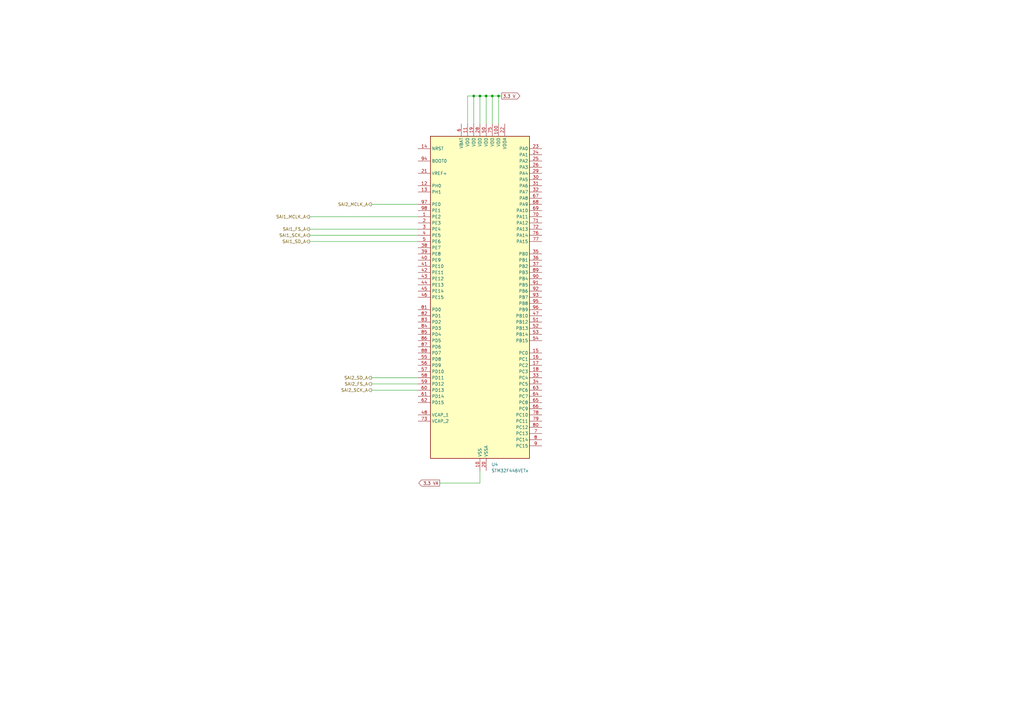
<source format=kicad_sch>
(kicad_sch
	(version 20250114)
	(generator "eeschema")
	(generator_version "9.0")
	(uuid "2f07d999-b8aa-4fd2-9754-485caa87dff3")
	(paper "A3")
	(lib_symbols
		(symbol "MCU_ST_STM32F4:STM32F446VETx"
			(exclude_from_sim no)
			(in_bom yes)
			(on_board yes)
			(property "Reference" "U"
				(at -20.32 67.31 0)
				(effects
					(font
						(size 1.27 1.27)
					)
					(justify left)
				)
			)
			(property "Value" "STM32F446VETx"
				(at 12.7 67.31 0)
				(effects
					(font
						(size 1.27 1.27)
					)
					(justify left)
				)
			)
			(property "Footprint" "Package_QFP:LQFP-100_14x14mm_P0.5mm"
				(at -20.32 -66.04 0)
				(effects
					(font
						(size 1.27 1.27)
					)
					(justify right)
					(hide yes)
				)
			)
			(property "Datasheet" "https://www.st.com/resource/en/datasheet/stm32f446ve.pdf"
				(at 0 0 0)
				(effects
					(font
						(size 1.27 1.27)
					)
					(hide yes)
				)
			)
			(property "Description" "STMicroelectronics Arm Cortex-M4 MCU, 512KB flash, 128KB RAM, 180 MHz, 1.8-3.6V, 81 GPIO, LQFP100"
				(at 0 0 0)
				(effects
					(font
						(size 1.27 1.27)
					)
					(hide yes)
				)
			)
			(property "ki_keywords" "Arm Cortex-M4 STM32F4 STM32F446"
				(at 0 0 0)
				(effects
					(font
						(size 1.27 1.27)
					)
					(hide yes)
				)
			)
			(property "ki_fp_filters" "LQFP*14x14mm*P0.5mm*"
				(at 0 0 0)
				(effects
					(font
						(size 1.27 1.27)
					)
					(hide yes)
				)
			)
			(symbol "STM32F446VETx_0_1"
				(rectangle
					(start -20.32 -66.04)
					(end 20.32 66.04)
					(stroke
						(width 0.254)
						(type default)
					)
					(fill
						(type background)
					)
				)
			)
			(symbol "STM32F446VETx_1_1"
				(pin input line
					(at -25.4 60.96 0)
					(length 5.08)
					(name "NRST"
						(effects
							(font
								(size 1.27 1.27)
							)
						)
					)
					(number "14"
						(effects
							(font
								(size 1.27 1.27)
							)
						)
					)
				)
				(pin input line
					(at -25.4 55.88 0)
					(length 5.08)
					(name "BOOT0"
						(effects
							(font
								(size 1.27 1.27)
							)
						)
					)
					(number "94"
						(effects
							(font
								(size 1.27 1.27)
							)
						)
					)
				)
				(pin input line
					(at -25.4 50.8 0)
					(length 5.08)
					(name "VREF+"
						(effects
							(font
								(size 1.27 1.27)
							)
						)
					)
					(number "21"
						(effects
							(font
								(size 1.27 1.27)
							)
						)
					)
				)
				(pin bidirectional line
					(at -25.4 45.72 0)
					(length 5.08)
					(name "PH0"
						(effects
							(font
								(size 1.27 1.27)
							)
						)
					)
					(number "12"
						(effects
							(font
								(size 1.27 1.27)
							)
						)
					)
					(alternate "RCC_OSC_IN" bidirectional line)
				)
				(pin bidirectional line
					(at -25.4 43.18 0)
					(length 5.08)
					(name "PH1"
						(effects
							(font
								(size 1.27 1.27)
							)
						)
					)
					(number "13"
						(effects
							(font
								(size 1.27 1.27)
							)
						)
					)
					(alternate "RCC_OSC_OUT" bidirectional line)
				)
				(pin bidirectional line
					(at -25.4 38.1 0)
					(length 5.08)
					(name "PE0"
						(effects
							(font
								(size 1.27 1.27)
							)
						)
					)
					(number "97"
						(effects
							(font
								(size 1.27 1.27)
							)
						)
					)
					(alternate "DCMI_D2" bidirectional line)
					(alternate "FMC_NBL0" bidirectional line)
					(alternate "SAI2_MCLK_A" bidirectional line)
					(alternate "TIM4_ETR" bidirectional line)
				)
				(pin bidirectional line
					(at -25.4 35.56 0)
					(length 5.08)
					(name "PE1"
						(effects
							(font
								(size 1.27 1.27)
							)
						)
					)
					(number "98"
						(effects
							(font
								(size 1.27 1.27)
							)
						)
					)
					(alternate "DCMI_D3" bidirectional line)
					(alternate "FMC_NBL1" bidirectional line)
				)
				(pin bidirectional line
					(at -25.4 33.02 0)
					(length 5.08)
					(name "PE2"
						(effects
							(font
								(size 1.27 1.27)
							)
						)
					)
					(number "1"
						(effects
							(font
								(size 1.27 1.27)
							)
						)
					)
					(alternate "FMC_A23" bidirectional line)
					(alternate "QUADSPI_BK1_IO2" bidirectional line)
					(alternate "SAI1_MCLK_A" bidirectional line)
					(alternate "SPI4_SCK" bidirectional line)
					(alternate "SYS_TRACECLK" bidirectional line)
				)
				(pin bidirectional line
					(at -25.4 30.48 0)
					(length 5.08)
					(name "PE3"
						(effects
							(font
								(size 1.27 1.27)
							)
						)
					)
					(number "2"
						(effects
							(font
								(size 1.27 1.27)
							)
						)
					)
					(alternate "FMC_A19" bidirectional line)
					(alternate "SAI1_SD_B" bidirectional line)
					(alternate "SYS_TRACED0" bidirectional line)
				)
				(pin bidirectional line
					(at -25.4 27.94 0)
					(length 5.08)
					(name "PE4"
						(effects
							(font
								(size 1.27 1.27)
							)
						)
					)
					(number "3"
						(effects
							(font
								(size 1.27 1.27)
							)
						)
					)
					(alternate "DCMI_D4" bidirectional line)
					(alternate "FMC_A20" bidirectional line)
					(alternate "SAI1_FS_A" bidirectional line)
					(alternate "SPI4_NSS" bidirectional line)
					(alternate "SYS_TRACED1" bidirectional line)
				)
				(pin bidirectional line
					(at -25.4 25.4 0)
					(length 5.08)
					(name "PE5"
						(effects
							(font
								(size 1.27 1.27)
							)
						)
					)
					(number "4"
						(effects
							(font
								(size 1.27 1.27)
							)
						)
					)
					(alternate "DCMI_D6" bidirectional line)
					(alternate "FMC_A21" bidirectional line)
					(alternate "SAI1_SCK_A" bidirectional line)
					(alternate "SPI4_MISO" bidirectional line)
					(alternate "SYS_TRACED2" bidirectional line)
					(alternate "TIM9_CH1" bidirectional line)
				)
				(pin bidirectional line
					(at -25.4 22.86 0)
					(length 5.08)
					(name "PE6"
						(effects
							(font
								(size 1.27 1.27)
							)
						)
					)
					(number "5"
						(effects
							(font
								(size 1.27 1.27)
							)
						)
					)
					(alternate "DCMI_D7" bidirectional line)
					(alternate "FMC_A22" bidirectional line)
					(alternate "SAI1_SD_A" bidirectional line)
					(alternate "SPI4_MOSI" bidirectional line)
					(alternate "SYS_TRACED3" bidirectional line)
					(alternate "TIM9_CH2" bidirectional line)
				)
				(pin bidirectional line
					(at -25.4 20.32 0)
					(length 5.08)
					(name "PE7"
						(effects
							(font
								(size 1.27 1.27)
							)
						)
					)
					(number "38"
						(effects
							(font
								(size 1.27 1.27)
							)
						)
					)
					(alternate "FMC_D4" bidirectional line)
					(alternate "FMC_DA4" bidirectional line)
					(alternate "QUADSPI_BK2_IO0" bidirectional line)
					(alternate "TIM1_ETR" bidirectional line)
					(alternate "UART5_RX" bidirectional line)
				)
				(pin bidirectional line
					(at -25.4 17.78 0)
					(length 5.08)
					(name "PE8"
						(effects
							(font
								(size 1.27 1.27)
							)
						)
					)
					(number "39"
						(effects
							(font
								(size 1.27 1.27)
							)
						)
					)
					(alternate "FMC_D5" bidirectional line)
					(alternate "FMC_DA5" bidirectional line)
					(alternate "QUADSPI_BK2_IO1" bidirectional line)
					(alternate "TIM1_CH1N" bidirectional line)
					(alternate "UART5_TX" bidirectional line)
				)
				(pin bidirectional line
					(at -25.4 15.24 0)
					(length 5.08)
					(name "PE9"
						(effects
							(font
								(size 1.27 1.27)
							)
						)
					)
					(number "40"
						(effects
							(font
								(size 1.27 1.27)
							)
						)
					)
					(alternate "DAC_EXTI9" bidirectional line)
					(alternate "FMC_D6" bidirectional line)
					(alternate "FMC_DA6" bidirectional line)
					(alternate "QUADSPI_BK2_IO2" bidirectional line)
					(alternate "TIM1_CH1" bidirectional line)
				)
				(pin bidirectional line
					(at -25.4 12.7 0)
					(length 5.08)
					(name "PE10"
						(effects
							(font
								(size 1.27 1.27)
							)
						)
					)
					(number "41"
						(effects
							(font
								(size 1.27 1.27)
							)
						)
					)
					(alternate "FMC_D7" bidirectional line)
					(alternate "FMC_DA7" bidirectional line)
					(alternate "QUADSPI_BK2_IO3" bidirectional line)
					(alternate "TIM1_CH2N" bidirectional line)
				)
				(pin bidirectional line
					(at -25.4 10.16 0)
					(length 5.08)
					(name "PE11"
						(effects
							(font
								(size 1.27 1.27)
							)
						)
					)
					(number "42"
						(effects
							(font
								(size 1.27 1.27)
							)
						)
					)
					(alternate "ADC1_EXTI11" bidirectional line)
					(alternate "ADC2_EXTI11" bidirectional line)
					(alternate "ADC3_EXTI11" bidirectional line)
					(alternate "FMC_D8" bidirectional line)
					(alternate "FMC_DA8" bidirectional line)
					(alternate "SAI2_SD_B" bidirectional line)
					(alternate "SPI4_NSS" bidirectional line)
					(alternate "TIM1_CH2" bidirectional line)
				)
				(pin bidirectional line
					(at -25.4 7.62 0)
					(length 5.08)
					(name "PE12"
						(effects
							(font
								(size 1.27 1.27)
							)
						)
					)
					(number "43"
						(effects
							(font
								(size 1.27 1.27)
							)
						)
					)
					(alternate "FMC_D9" bidirectional line)
					(alternate "FMC_DA9" bidirectional line)
					(alternate "SAI2_SCK_B" bidirectional line)
					(alternate "SPI4_SCK" bidirectional line)
					(alternate "TIM1_CH3N" bidirectional line)
				)
				(pin bidirectional line
					(at -25.4 5.08 0)
					(length 5.08)
					(name "PE13"
						(effects
							(font
								(size 1.27 1.27)
							)
						)
					)
					(number "44"
						(effects
							(font
								(size 1.27 1.27)
							)
						)
					)
					(alternate "FMC_D10" bidirectional line)
					(alternate "FMC_DA10" bidirectional line)
					(alternate "SAI2_FS_B" bidirectional line)
					(alternate "SPI4_MISO" bidirectional line)
					(alternate "TIM1_CH3" bidirectional line)
				)
				(pin bidirectional line
					(at -25.4 2.54 0)
					(length 5.08)
					(name "PE14"
						(effects
							(font
								(size 1.27 1.27)
							)
						)
					)
					(number "45"
						(effects
							(font
								(size 1.27 1.27)
							)
						)
					)
					(alternate "FMC_D11" bidirectional line)
					(alternate "FMC_DA11" bidirectional line)
					(alternate "SAI2_MCLK_B" bidirectional line)
					(alternate "SPI4_MOSI" bidirectional line)
					(alternate "TIM1_CH4" bidirectional line)
				)
				(pin bidirectional line
					(at -25.4 0 0)
					(length 5.08)
					(name "PE15"
						(effects
							(font
								(size 1.27 1.27)
							)
						)
					)
					(number "46"
						(effects
							(font
								(size 1.27 1.27)
							)
						)
					)
					(alternate "ADC1_EXTI15" bidirectional line)
					(alternate "ADC2_EXTI15" bidirectional line)
					(alternate "ADC3_EXTI15" bidirectional line)
					(alternate "FMC_D12" bidirectional line)
					(alternate "FMC_DA12" bidirectional line)
					(alternate "TIM1_BKIN" bidirectional line)
				)
				(pin bidirectional line
					(at -25.4 -5.08 0)
					(length 5.08)
					(name "PD0"
						(effects
							(font
								(size 1.27 1.27)
							)
						)
					)
					(number "81"
						(effects
							(font
								(size 1.27 1.27)
							)
						)
					)
					(alternate "CAN1_RX" bidirectional line)
					(alternate "FMC_D2" bidirectional line)
					(alternate "FMC_DA2" bidirectional line)
					(alternate "I2S3_SD" bidirectional line)
					(alternate "SPI3_MOSI" bidirectional line)
					(alternate "SPI4_MISO" bidirectional line)
				)
				(pin bidirectional line
					(at -25.4 -7.62 0)
					(length 5.08)
					(name "PD1"
						(effects
							(font
								(size 1.27 1.27)
							)
						)
					)
					(number "82"
						(effects
							(font
								(size 1.27 1.27)
							)
						)
					)
					(alternate "CAN1_TX" bidirectional line)
					(alternate "FMC_D3" bidirectional line)
					(alternate "FMC_DA3" bidirectional line)
					(alternate "I2S2_WS" bidirectional line)
					(alternate "SPI2_NSS" bidirectional line)
				)
				(pin bidirectional line
					(at -25.4 -10.16 0)
					(length 5.08)
					(name "PD2"
						(effects
							(font
								(size 1.27 1.27)
							)
						)
					)
					(number "83"
						(effects
							(font
								(size 1.27 1.27)
							)
						)
					)
					(alternate "DCMI_D11" bidirectional line)
					(alternate "SDIO_CMD" bidirectional line)
					(alternate "TIM3_ETR" bidirectional line)
					(alternate "UART5_RX" bidirectional line)
				)
				(pin bidirectional line
					(at -25.4 -12.7 0)
					(length 5.08)
					(name "PD3"
						(effects
							(font
								(size 1.27 1.27)
							)
						)
					)
					(number "84"
						(effects
							(font
								(size 1.27 1.27)
							)
						)
					)
					(alternate "DCMI_D5" bidirectional line)
					(alternate "FMC_CLK" bidirectional line)
					(alternate "I2S2_CK" bidirectional line)
					(alternate "QUADSPI_CLK" bidirectional line)
					(alternate "SPI2_SCK" bidirectional line)
					(alternate "SYS_TRACED1" bidirectional line)
					(alternate "USART2_CTS" bidirectional line)
				)
				(pin bidirectional line
					(at -25.4 -15.24 0)
					(length 5.08)
					(name "PD4"
						(effects
							(font
								(size 1.27 1.27)
							)
						)
					)
					(number "85"
						(effects
							(font
								(size 1.27 1.27)
							)
						)
					)
					(alternate "FMC_NOE" bidirectional line)
					(alternate "USART2_RTS" bidirectional line)
				)
				(pin bidirectional line
					(at -25.4 -17.78 0)
					(length 5.08)
					(name "PD5"
						(effects
							(font
								(size 1.27 1.27)
							)
						)
					)
					(number "86"
						(effects
							(font
								(size 1.27 1.27)
							)
						)
					)
					(alternate "FMC_NWE" bidirectional line)
					(alternate "USART2_TX" bidirectional line)
				)
				(pin bidirectional line
					(at -25.4 -20.32 0)
					(length 5.08)
					(name "PD6"
						(effects
							(font
								(size 1.27 1.27)
							)
						)
					)
					(number "87"
						(effects
							(font
								(size 1.27 1.27)
							)
						)
					)
					(alternate "DCMI_D10" bidirectional line)
					(alternate "FMC_NWAIT" bidirectional line)
					(alternate "I2S3_SD" bidirectional line)
					(alternate "SAI1_SD_A" bidirectional line)
					(alternate "SPI3_MOSI" bidirectional line)
					(alternate "USART2_RX" bidirectional line)
				)
				(pin bidirectional line
					(at -25.4 -22.86 0)
					(length 5.08)
					(name "PD7"
						(effects
							(font
								(size 1.27 1.27)
							)
						)
					)
					(number "88"
						(effects
							(font
								(size 1.27 1.27)
							)
						)
					)
					(alternate "FMC_NE1" bidirectional line)
					(alternate "SPDIFRX_IN0" bidirectional line)
					(alternate "USART2_CK" bidirectional line)
				)
				(pin bidirectional line
					(at -25.4 -25.4 0)
					(length 5.08)
					(name "PD8"
						(effects
							(font
								(size 1.27 1.27)
							)
						)
					)
					(number "55"
						(effects
							(font
								(size 1.27 1.27)
							)
						)
					)
					(alternate "FMC_D13" bidirectional line)
					(alternate "FMC_DA13" bidirectional line)
					(alternate "SPDIFRX_IN1" bidirectional line)
					(alternate "USART3_TX" bidirectional line)
				)
				(pin bidirectional line
					(at -25.4 -27.94 0)
					(length 5.08)
					(name "PD9"
						(effects
							(font
								(size 1.27 1.27)
							)
						)
					)
					(number "56"
						(effects
							(font
								(size 1.27 1.27)
							)
						)
					)
					(alternate "DAC_EXTI9" bidirectional line)
					(alternate "FMC_D14" bidirectional line)
					(alternate "FMC_DA14" bidirectional line)
					(alternate "USART3_RX" bidirectional line)
				)
				(pin bidirectional line
					(at -25.4 -30.48 0)
					(length 5.08)
					(name "PD10"
						(effects
							(font
								(size 1.27 1.27)
							)
						)
					)
					(number "57"
						(effects
							(font
								(size 1.27 1.27)
							)
						)
					)
					(alternate "FMC_D15" bidirectional line)
					(alternate "FMC_DA15" bidirectional line)
					(alternate "USART3_CK" bidirectional line)
				)
				(pin bidirectional line
					(at -25.4 -33.02 0)
					(length 5.08)
					(name "PD11"
						(effects
							(font
								(size 1.27 1.27)
							)
						)
					)
					(number "58"
						(effects
							(font
								(size 1.27 1.27)
							)
						)
					)
					(alternate "ADC1_EXTI11" bidirectional line)
					(alternate "ADC2_EXTI11" bidirectional line)
					(alternate "ADC3_EXTI11" bidirectional line)
					(alternate "FMC_A16" bidirectional line)
					(alternate "FMPI2C1_SMBA" bidirectional line)
					(alternate "QUADSPI_BK1_IO0" bidirectional line)
					(alternate "SAI2_SD_A" bidirectional line)
					(alternate "USART3_CTS" bidirectional line)
				)
				(pin bidirectional line
					(at -25.4 -35.56 0)
					(length 5.08)
					(name "PD12"
						(effects
							(font
								(size 1.27 1.27)
							)
						)
					)
					(number "59"
						(effects
							(font
								(size 1.27 1.27)
							)
						)
					)
					(alternate "FMC_A17" bidirectional line)
					(alternate "FMPI2C1_SCL" bidirectional line)
					(alternate "QUADSPI_BK1_IO1" bidirectional line)
					(alternate "SAI2_FS_A" bidirectional line)
					(alternate "TIM4_CH1" bidirectional line)
					(alternate "USART3_RTS" bidirectional line)
				)
				(pin bidirectional line
					(at -25.4 -38.1 0)
					(length 5.08)
					(name "PD13"
						(effects
							(font
								(size 1.27 1.27)
							)
						)
					)
					(number "60"
						(effects
							(font
								(size 1.27 1.27)
							)
						)
					)
					(alternate "FMC_A18" bidirectional line)
					(alternate "FMPI2C1_SDA" bidirectional line)
					(alternate "QUADSPI_BK1_IO3" bidirectional line)
					(alternate "SAI2_SCK_A" bidirectional line)
					(alternate "TIM4_CH2" bidirectional line)
				)
				(pin bidirectional line
					(at -25.4 -40.64 0)
					(length 5.08)
					(name "PD14"
						(effects
							(font
								(size 1.27 1.27)
							)
						)
					)
					(number "61"
						(effects
							(font
								(size 1.27 1.27)
							)
						)
					)
					(alternate "FMC_D0" bidirectional line)
					(alternate "FMC_DA0" bidirectional line)
					(alternate "FMPI2C1_SCL" bidirectional line)
					(alternate "SAI2_SCK_A" bidirectional line)
					(alternate "TIM4_CH3" bidirectional line)
				)
				(pin bidirectional line
					(at -25.4 -43.18 0)
					(length 5.08)
					(name "PD15"
						(effects
							(font
								(size 1.27 1.27)
							)
						)
					)
					(number "62"
						(effects
							(font
								(size 1.27 1.27)
							)
						)
					)
					(alternate "ADC1_EXTI15" bidirectional line)
					(alternate "ADC2_EXTI15" bidirectional line)
					(alternate "ADC3_EXTI15" bidirectional line)
					(alternate "FMC_D1" bidirectional line)
					(alternate "FMC_DA1" bidirectional line)
					(alternate "FMPI2C1_SDA" bidirectional line)
					(alternate "TIM4_CH4" bidirectional line)
				)
				(pin power_out line
					(at -25.4 -48.26 0)
					(length 5.08)
					(name "VCAP_1"
						(effects
							(font
								(size 1.27 1.27)
							)
						)
					)
					(number "48"
						(effects
							(font
								(size 1.27 1.27)
							)
						)
					)
				)
				(pin power_out line
					(at -25.4 -50.8 0)
					(length 5.08)
					(name "VCAP_2"
						(effects
							(font
								(size 1.27 1.27)
							)
						)
					)
					(number "73"
						(effects
							(font
								(size 1.27 1.27)
							)
						)
					)
				)
				(pin power_in line
					(at -7.62 71.12 270)
					(length 5.08)
					(name "VBAT"
						(effects
							(font
								(size 1.27 1.27)
							)
						)
					)
					(number "6"
						(effects
							(font
								(size 1.27 1.27)
							)
						)
					)
				)
				(pin power_in line
					(at -5.08 71.12 270)
					(length 5.08)
					(name "VDD"
						(effects
							(font
								(size 1.27 1.27)
							)
						)
					)
					(number "11"
						(effects
							(font
								(size 1.27 1.27)
							)
						)
					)
				)
				(pin power_in line
					(at -2.54 71.12 270)
					(length 5.08)
					(name "VDD"
						(effects
							(font
								(size 1.27 1.27)
							)
						)
					)
					(number "19"
						(effects
							(font
								(size 1.27 1.27)
							)
						)
					)
				)
				(pin power_in line
					(at 0 71.12 270)
					(length 5.08)
					(name "VDD"
						(effects
							(font
								(size 1.27 1.27)
							)
						)
					)
					(number "28"
						(effects
							(font
								(size 1.27 1.27)
							)
						)
					)
				)
				(pin power_in line
					(at 0 -71.12 90)
					(length 5.08)
					(name "VSS"
						(effects
							(font
								(size 1.27 1.27)
							)
						)
					)
					(number "10"
						(effects
							(font
								(size 1.27 1.27)
							)
						)
					)
				)
				(pin passive line
					(at 0 -71.12 90)
					(length 5.08)
					(hide yes)
					(name "VSS"
						(effects
							(font
								(size 1.27 1.27)
							)
						)
					)
					(number "27"
						(effects
							(font
								(size 1.27 1.27)
							)
						)
					)
				)
				(pin passive line
					(at 0 -71.12 90)
					(length 5.08)
					(hide yes)
					(name "VSS"
						(effects
							(font
								(size 1.27 1.27)
							)
						)
					)
					(number "49"
						(effects
							(font
								(size 1.27 1.27)
							)
						)
					)
				)
				(pin passive line
					(at 0 -71.12 90)
					(length 5.08)
					(hide yes)
					(name "VSS"
						(effects
							(font
								(size 1.27 1.27)
							)
						)
					)
					(number "74"
						(effects
							(font
								(size 1.27 1.27)
							)
						)
					)
				)
				(pin passive line
					(at 0 -71.12 90)
					(length 5.08)
					(hide yes)
					(name "VSS"
						(effects
							(font
								(size 1.27 1.27)
							)
						)
					)
					(number "99"
						(effects
							(font
								(size 1.27 1.27)
							)
						)
					)
				)
				(pin power_in line
					(at 2.54 71.12 270)
					(length 5.08)
					(name "VDD"
						(effects
							(font
								(size 1.27 1.27)
							)
						)
					)
					(number "50"
						(effects
							(font
								(size 1.27 1.27)
							)
						)
					)
				)
				(pin power_in line
					(at 2.54 -71.12 90)
					(length 5.08)
					(name "VSSA"
						(effects
							(font
								(size 1.27 1.27)
							)
						)
					)
					(number "20"
						(effects
							(font
								(size 1.27 1.27)
							)
						)
					)
				)
				(pin power_in line
					(at 5.08 71.12 270)
					(length 5.08)
					(name "VDD"
						(effects
							(font
								(size 1.27 1.27)
							)
						)
					)
					(number "75"
						(effects
							(font
								(size 1.27 1.27)
							)
						)
					)
				)
				(pin power_in line
					(at 7.62 71.12 270)
					(length 5.08)
					(name "VDD"
						(effects
							(font
								(size 1.27 1.27)
							)
						)
					)
					(number "100"
						(effects
							(font
								(size 1.27 1.27)
							)
						)
					)
				)
				(pin power_in line
					(at 10.16 71.12 270)
					(length 5.08)
					(name "VDDA"
						(effects
							(font
								(size 1.27 1.27)
							)
						)
					)
					(number "22"
						(effects
							(font
								(size 1.27 1.27)
							)
						)
					)
				)
				(pin bidirectional line
					(at 25.4 60.96 180)
					(length 5.08)
					(name "PA0"
						(effects
							(font
								(size 1.27 1.27)
							)
						)
					)
					(number "23"
						(effects
							(font
								(size 1.27 1.27)
							)
						)
					)
					(alternate "ADC1_IN0" bidirectional line)
					(alternate "ADC2_IN0" bidirectional line)
					(alternate "ADC3_IN0" bidirectional line)
					(alternate "RTC_AF2" bidirectional line)
					(alternate "SYS_WKUP0" bidirectional line)
					(alternate "TIM2_CH1" bidirectional line)
					(alternate "TIM2_ETR" bidirectional line)
					(alternate "TIM5_CH1" bidirectional line)
					(alternate "TIM8_ETR" bidirectional line)
					(alternate "UART4_TX" bidirectional line)
					(alternate "USART2_CTS" bidirectional line)
				)
				(pin bidirectional line
					(at 25.4 58.42 180)
					(length 5.08)
					(name "PA1"
						(effects
							(font
								(size 1.27 1.27)
							)
						)
					)
					(number "24"
						(effects
							(font
								(size 1.27 1.27)
							)
						)
					)
					(alternate "ADC1_IN1" bidirectional line)
					(alternate "ADC2_IN1" bidirectional line)
					(alternate "ADC3_IN1" bidirectional line)
					(alternate "QUADSPI_BK1_IO3" bidirectional line)
					(alternate "SAI2_MCLK_B" bidirectional line)
					(alternate "TIM2_CH2" bidirectional line)
					(alternate "TIM5_CH2" bidirectional line)
					(alternate "UART4_RX" bidirectional line)
					(alternate "USART2_RTS" bidirectional line)
				)
				(pin bidirectional line
					(at 25.4 55.88 180)
					(length 5.08)
					(name "PA2"
						(effects
							(font
								(size 1.27 1.27)
							)
						)
					)
					(number "25"
						(effects
							(font
								(size 1.27 1.27)
							)
						)
					)
					(alternate "ADC1_IN2" bidirectional line)
					(alternate "ADC2_IN2" bidirectional line)
					(alternate "ADC3_IN2" bidirectional line)
					(alternate "SAI2_SCK_B" bidirectional line)
					(alternate "TIM2_CH3" bidirectional line)
					(alternate "TIM5_CH3" bidirectional line)
					(alternate "TIM9_CH1" bidirectional line)
					(alternate "USART2_TX" bidirectional line)
				)
				(pin bidirectional line
					(at 25.4 53.34 180)
					(length 5.08)
					(name "PA3"
						(effects
							(font
								(size 1.27 1.27)
							)
						)
					)
					(number "26"
						(effects
							(font
								(size 1.27 1.27)
							)
						)
					)
					(alternate "ADC1_IN3" bidirectional line)
					(alternate "ADC2_IN3" bidirectional line)
					(alternate "ADC3_IN3" bidirectional line)
					(alternate "SAI1_FS_A" bidirectional line)
					(alternate "TIM2_CH4" bidirectional line)
					(alternate "TIM5_CH4" bidirectional line)
					(alternate "TIM9_CH2" bidirectional line)
					(alternate "USART2_RX" bidirectional line)
					(alternate "USB_OTG_HS_ULPI_D0" bidirectional line)
				)
				(pin bidirectional line
					(at 25.4 50.8 180)
					(length 5.08)
					(name "PA4"
						(effects
							(font
								(size 1.27 1.27)
							)
						)
					)
					(number "29"
						(effects
							(font
								(size 1.27 1.27)
							)
						)
					)
					(alternate "ADC1_IN4" bidirectional line)
					(alternate "ADC2_IN4" bidirectional line)
					(alternate "DAC_OUT1" bidirectional line)
					(alternate "DCMI_HSYNC" bidirectional line)
					(alternate "I2S1_WS" bidirectional line)
					(alternate "I2S3_WS" bidirectional line)
					(alternate "SPI1_NSS" bidirectional line)
					(alternate "SPI3_NSS" bidirectional line)
					(alternate "USART2_CK" bidirectional line)
					(alternate "USB_OTG_HS_SOF" bidirectional line)
				)
				(pin bidirectional line
					(at 25.4 48.26 180)
					(length 5.08)
					(name "PA5"
						(effects
							(font
								(size 1.27 1.27)
							)
						)
					)
					(number "30"
						(effects
							(font
								(size 1.27 1.27)
							)
						)
					)
					(alternate "ADC1_IN5" bidirectional line)
					(alternate "ADC2_IN5" bidirectional line)
					(alternate "DAC_OUT2" bidirectional line)
					(alternate "I2S1_CK" bidirectional line)
					(alternate "SPI1_SCK" bidirectional line)
					(alternate "TIM2_CH1" bidirectional line)
					(alternate "TIM2_ETR" bidirectional line)
					(alternate "TIM8_CH1N" bidirectional line)
					(alternate "USB_OTG_HS_ULPI_CK" bidirectional line)
				)
				(pin bidirectional line
					(at 25.4 45.72 180)
					(length 5.08)
					(name "PA6"
						(effects
							(font
								(size 1.27 1.27)
							)
						)
					)
					(number "31"
						(effects
							(font
								(size 1.27 1.27)
							)
						)
					)
					(alternate "ADC1_IN6" bidirectional line)
					(alternate "ADC2_IN6" bidirectional line)
					(alternate "DCMI_PIXCLK" bidirectional line)
					(alternate "I2S2_MCK" bidirectional line)
					(alternate "SPI1_MISO" bidirectional line)
					(alternate "TIM13_CH1" bidirectional line)
					(alternate "TIM1_BKIN" bidirectional line)
					(alternate "TIM3_CH1" bidirectional line)
					(alternate "TIM8_BKIN" bidirectional line)
				)
				(pin bidirectional line
					(at 25.4 43.18 180)
					(length 5.08)
					(name "PA7"
						(effects
							(font
								(size 1.27 1.27)
							)
						)
					)
					(number "32"
						(effects
							(font
								(size 1.27 1.27)
							)
						)
					)
					(alternate "ADC1_IN7" bidirectional line)
					(alternate "ADC2_IN7" bidirectional line)
					(alternate "FMC_SDNWE" bidirectional line)
					(alternate "I2S1_SD" bidirectional line)
					(alternate "SPI1_MOSI" bidirectional line)
					(alternate "TIM14_CH1" bidirectional line)
					(alternate "TIM1_CH1N" bidirectional line)
					(alternate "TIM3_CH2" bidirectional line)
					(alternate "TIM8_CH1N" bidirectional line)
				)
				(pin bidirectional line
					(at 25.4 40.64 180)
					(length 5.08)
					(name "PA8"
						(effects
							(font
								(size 1.27 1.27)
							)
						)
					)
					(number "67"
						(effects
							(font
								(size 1.27 1.27)
							)
						)
					)
					(alternate "I2C3_SCL" bidirectional line)
					(alternate "RCC_MCO_1" bidirectional line)
					(alternate "TIM1_CH1" bidirectional line)
					(alternate "USART1_CK" bidirectional line)
					(alternate "USB_OTG_FS_SOF" bidirectional line)
				)
				(pin bidirectional line
					(at 25.4 38.1 180)
					(length 5.08)
					(name "PA9"
						(effects
							(font
								(size 1.27 1.27)
							)
						)
					)
					(number "68"
						(effects
							(font
								(size 1.27 1.27)
							)
						)
					)
					(alternate "DAC_EXTI9" bidirectional line)
					(alternate "DCMI_D0" bidirectional line)
					(alternate "I2C3_SMBA" bidirectional line)
					(alternate "I2S2_CK" bidirectional line)
					(alternate "SAI1_SD_B" bidirectional line)
					(alternate "SPI2_SCK" bidirectional line)
					(alternate "TIM1_CH2" bidirectional line)
					(alternate "USART1_TX" bidirectional line)
					(alternate "USB_OTG_FS_VBUS" bidirectional line)
				)
				(pin bidirectional line
					(at 25.4 35.56 180)
					(length 5.08)
					(name "PA10"
						(effects
							(font
								(size 1.27 1.27)
							)
						)
					)
					(number "69"
						(effects
							(font
								(size 1.27 1.27)
							)
						)
					)
					(alternate "DCMI_D1" bidirectional line)
					(alternate "TIM1_CH3" bidirectional line)
					(alternate "USART1_RX" bidirectional line)
					(alternate "USB_OTG_FS_ID" bidirectional line)
				)
				(pin bidirectional line
					(at 25.4 33.02 180)
					(length 5.08)
					(name "PA11"
						(effects
							(font
								(size 1.27 1.27)
							)
						)
					)
					(number "70"
						(effects
							(font
								(size 1.27 1.27)
							)
						)
					)
					(alternate "ADC1_EXTI11" bidirectional line)
					(alternate "ADC2_EXTI11" bidirectional line)
					(alternate "ADC3_EXTI11" bidirectional line)
					(alternate "CAN1_RX" bidirectional line)
					(alternate "TIM1_CH4" bidirectional line)
					(alternate "USART1_CTS" bidirectional line)
					(alternate "USB_OTG_FS_DM" bidirectional line)
				)
				(pin bidirectional line
					(at 25.4 30.48 180)
					(length 5.08)
					(name "PA12"
						(effects
							(font
								(size 1.27 1.27)
							)
						)
					)
					(number "71"
						(effects
							(font
								(size 1.27 1.27)
							)
						)
					)
					(alternate "CAN1_TX" bidirectional line)
					(alternate "SAI2_FS_B" bidirectional line)
					(alternate "TIM1_ETR" bidirectional line)
					(alternate "USART1_RTS" bidirectional line)
					(alternate "USB_OTG_FS_DP" bidirectional line)
				)
				(pin bidirectional line
					(at 25.4 27.94 180)
					(length 5.08)
					(name "PA13"
						(effects
							(font
								(size 1.27 1.27)
							)
						)
					)
					(number "72"
						(effects
							(font
								(size 1.27 1.27)
							)
						)
					)
					(alternate "SYS_JTMS-SWDIO" bidirectional line)
				)
				(pin bidirectional line
					(at 25.4 25.4 180)
					(length 5.08)
					(name "PA14"
						(effects
							(font
								(size 1.27 1.27)
							)
						)
					)
					(number "76"
						(effects
							(font
								(size 1.27 1.27)
							)
						)
					)
					(alternate "SYS_JTCK-SWCLK" bidirectional line)
				)
				(pin bidirectional line
					(at 25.4 22.86 180)
					(length 5.08)
					(name "PA15"
						(effects
							(font
								(size 1.27 1.27)
							)
						)
					)
					(number "77"
						(effects
							(font
								(size 1.27 1.27)
							)
						)
					)
					(alternate "ADC1_EXTI15" bidirectional line)
					(alternate "ADC2_EXTI15" bidirectional line)
					(alternate "ADC3_EXTI15" bidirectional line)
					(alternate "CEC" bidirectional line)
					(alternate "I2S1_WS" bidirectional line)
					(alternate "I2S3_WS" bidirectional line)
					(alternate "SPI1_NSS" bidirectional line)
					(alternate "SPI3_NSS" bidirectional line)
					(alternate "SYS_JTDI" bidirectional line)
					(alternate "TIM2_CH1" bidirectional line)
					(alternate "TIM2_ETR" bidirectional line)
					(alternate "UART4_RTS" bidirectional line)
				)
				(pin bidirectional line
					(at 25.4 17.78 180)
					(length 5.08)
					(name "PB0"
						(effects
							(font
								(size 1.27 1.27)
							)
						)
					)
					(number "35"
						(effects
							(font
								(size 1.27 1.27)
							)
						)
					)
					(alternate "ADC1_IN8" bidirectional line)
					(alternate "ADC2_IN8" bidirectional line)
					(alternate "I2S3_SD" bidirectional line)
					(alternate "SDIO_D1" bidirectional line)
					(alternate "SPI3_MOSI" bidirectional line)
					(alternate "TIM1_CH2N" bidirectional line)
					(alternate "TIM3_CH3" bidirectional line)
					(alternate "TIM8_CH2N" bidirectional line)
					(alternate "UART4_CTS" bidirectional line)
					(alternate "USB_OTG_HS_ULPI_D1" bidirectional line)
				)
				(pin bidirectional line
					(at 25.4 15.24 180)
					(length 5.08)
					(name "PB1"
						(effects
							(font
								(size 1.27 1.27)
							)
						)
					)
					(number "36"
						(effects
							(font
								(size 1.27 1.27)
							)
						)
					)
					(alternate "ADC1_IN9" bidirectional line)
					(alternate "ADC2_IN9" bidirectional line)
					(alternate "SDIO_D2" bidirectional line)
					(alternate "TIM1_CH3N" bidirectional line)
					(alternate "TIM3_CH4" bidirectional line)
					(alternate "TIM8_CH3N" bidirectional line)
					(alternate "USB_OTG_HS_ULPI_D2" bidirectional line)
				)
				(pin bidirectional line
					(at 25.4 12.7 180)
					(length 5.08)
					(name "PB2"
						(effects
							(font
								(size 1.27 1.27)
							)
						)
					)
					(number "37"
						(effects
							(font
								(size 1.27 1.27)
							)
						)
					)
					(alternate "I2S3_SD" bidirectional line)
					(alternate "QUADSPI_CLK" bidirectional line)
					(alternate "SAI1_SD_A" bidirectional line)
					(alternate "SDIO_CK" bidirectional line)
					(alternate "SPI3_MOSI" bidirectional line)
					(alternate "TIM2_CH4" bidirectional line)
					(alternate "USB_OTG_HS_ULPI_D4" bidirectional line)
				)
				(pin bidirectional line
					(at 25.4 10.16 180)
					(length 5.08)
					(name "PB3"
						(effects
							(font
								(size 1.27 1.27)
							)
						)
					)
					(number "89"
						(effects
							(font
								(size 1.27 1.27)
							)
						)
					)
					(alternate "I2C2_SDA" bidirectional line)
					(alternate "I2S1_CK" bidirectional line)
					(alternate "I2S3_CK" bidirectional line)
					(alternate "SPI1_SCK" bidirectional line)
					(alternate "SPI3_SCK" bidirectional line)
					(alternate "SYS_JTDO-SWO" bidirectional line)
					(alternate "TIM2_CH2" bidirectional line)
				)
				(pin bidirectional line
					(at 25.4 7.62 180)
					(length 5.08)
					(name "PB4"
						(effects
							(font
								(size 1.27 1.27)
							)
						)
					)
					(number "90"
						(effects
							(font
								(size 1.27 1.27)
							)
						)
					)
					(alternate "I2C3_SDA" bidirectional line)
					(alternate "I2S2_WS" bidirectional line)
					(alternate "SPI1_MISO" bidirectional line)
					(alternate "SPI2_NSS" bidirectional line)
					(alternate "SPI3_MISO" bidirectional line)
					(alternate "SYS_JTRST" bidirectional line)
					(alternate "TIM3_CH1" bidirectional line)
				)
				(pin bidirectional line
					(at 25.4 5.08 180)
					(length 5.08)
					(name "PB5"
						(effects
							(font
								(size 1.27 1.27)
							)
						)
					)
					(number "91"
						(effects
							(font
								(size 1.27 1.27)
							)
						)
					)
					(alternate "CAN2_RX" bidirectional line)
					(alternate "DCMI_D10" bidirectional line)
					(alternate "FMC_SDCKE1" bidirectional line)
					(alternate "I2C1_SMBA" bidirectional line)
					(alternate "I2S1_SD" bidirectional line)
					(alternate "I2S3_SD" bidirectional line)
					(alternate "SPI1_MOSI" bidirectional line)
					(alternate "SPI3_MOSI" bidirectional line)
					(alternate "TIM3_CH2" bidirectional line)
					(alternate "USB_OTG_HS_ULPI_D7" bidirectional line)
				)
				(pin bidirectional line
					(at 25.4 2.54 180)
					(length 5.08)
					(name "PB6"
						(effects
							(font
								(size 1.27 1.27)
							)
						)
					)
					(number "92"
						(effects
							(font
								(size 1.27 1.27)
							)
						)
					)
					(alternate "CAN2_TX" bidirectional line)
					(alternate "CEC" bidirectional line)
					(alternate "DCMI_D5" bidirectional line)
					(alternate "FMC_SDNE1" bidirectional line)
					(alternate "I2C1_SCL" bidirectional line)
					(alternate "QUADSPI_BK1_NCS" bidirectional line)
					(alternate "TIM4_CH1" bidirectional line)
					(alternate "USART1_TX" bidirectional line)
				)
				(pin bidirectional line
					(at 25.4 0 180)
					(length 5.08)
					(name "PB7"
						(effects
							(font
								(size 1.27 1.27)
							)
						)
					)
					(number "93"
						(effects
							(font
								(size 1.27 1.27)
							)
						)
					)
					(alternate "DCMI_VSYNC" bidirectional line)
					(alternate "FMC_NL" bidirectional line)
					(alternate "I2C1_SDA" bidirectional line)
					(alternate "SPDIFRX_IN0" bidirectional line)
					(alternate "TIM4_CH2" bidirectional line)
					(alternate "USART1_RX" bidirectional line)
				)
				(pin bidirectional line
					(at 25.4 -2.54 180)
					(length 5.08)
					(name "PB8"
						(effects
							(font
								(size 1.27 1.27)
							)
						)
					)
					(number "95"
						(effects
							(font
								(size 1.27 1.27)
							)
						)
					)
					(alternate "CAN1_RX" bidirectional line)
					(alternate "DCMI_D6" bidirectional line)
					(alternate "I2C1_SCL" bidirectional line)
					(alternate "SDIO_D4" bidirectional line)
					(alternate "TIM10_CH1" bidirectional line)
					(alternate "TIM2_CH1" bidirectional line)
					(alternate "TIM2_ETR" bidirectional line)
					(alternate "TIM4_CH3" bidirectional line)
				)
				(pin bidirectional line
					(at 25.4 -5.08 180)
					(length 5.08)
					(name "PB9"
						(effects
							(font
								(size 1.27 1.27)
							)
						)
					)
					(number "96"
						(effects
							(font
								(size 1.27 1.27)
							)
						)
					)
					(alternate "CAN1_TX" bidirectional line)
					(alternate "DAC_EXTI9" bidirectional line)
					(alternate "DCMI_D7" bidirectional line)
					(alternate "I2C1_SDA" bidirectional line)
					(alternate "I2S2_WS" bidirectional line)
					(alternate "SAI1_FS_B" bidirectional line)
					(alternate "SDIO_D5" bidirectional line)
					(alternate "SPI2_NSS" bidirectional line)
					(alternate "TIM11_CH1" bidirectional line)
					(alternate "TIM2_CH2" bidirectional line)
					(alternate "TIM4_CH4" bidirectional line)
				)
				(pin bidirectional line
					(at 25.4 -7.62 180)
					(length 5.08)
					(name "PB10"
						(effects
							(font
								(size 1.27 1.27)
							)
						)
					)
					(number "47"
						(effects
							(font
								(size 1.27 1.27)
							)
						)
					)
					(alternate "I2C2_SCL" bidirectional line)
					(alternate "I2S2_CK" bidirectional line)
					(alternate "SAI1_SCK_A" bidirectional line)
					(alternate "SPI2_SCK" bidirectional line)
					(alternate "TIM2_CH3" bidirectional line)
					(alternate "USART3_TX" bidirectional line)
					(alternate "USB_OTG_HS_ULPI_D3" bidirectional line)
				)
				(pin bidirectional line
					(at 25.4 -10.16 180)
					(length 5.08)
					(name "PB12"
						(effects
							(font
								(size 1.27 1.27)
							)
						)
					)
					(number "51"
						(effects
							(font
								(size 1.27 1.27)
							)
						)
					)
					(alternate "CAN2_RX" bidirectional line)
					(alternate "I2C2_SMBA" bidirectional line)
					(alternate "I2S2_WS" bidirectional line)
					(alternate "SAI1_SCK_B" bidirectional line)
					(alternate "SPI2_NSS" bidirectional line)
					(alternate "TIM1_BKIN" bidirectional line)
					(alternate "USART3_CK" bidirectional line)
					(alternate "USB_OTG_HS_ID" bidirectional line)
					(alternate "USB_OTG_HS_ULPI_D5" bidirectional line)
				)
				(pin bidirectional line
					(at 25.4 -12.7 180)
					(length 5.08)
					(name "PB13"
						(effects
							(font
								(size 1.27 1.27)
							)
						)
					)
					(number "52"
						(effects
							(font
								(size 1.27 1.27)
							)
						)
					)
					(alternate "CAN2_TX" bidirectional line)
					(alternate "I2S2_CK" bidirectional line)
					(alternate "SPI2_SCK" bidirectional line)
					(alternate "TIM1_CH1N" bidirectional line)
					(alternate "USART3_CTS" bidirectional line)
					(alternate "USB_OTG_HS_ULPI_D6" bidirectional line)
					(alternate "USB_OTG_HS_VBUS" bidirectional line)
				)
				(pin bidirectional line
					(at 25.4 -15.24 180)
					(length 5.08)
					(name "PB14"
						(effects
							(font
								(size 1.27 1.27)
							)
						)
					)
					(number "53"
						(effects
							(font
								(size 1.27 1.27)
							)
						)
					)
					(alternate "SPI2_MISO" bidirectional line)
					(alternate "TIM12_CH1" bidirectional line)
					(alternate "TIM1_CH2N" bidirectional line)
					(alternate "TIM8_CH2N" bidirectional line)
					(alternate "USART3_RTS" bidirectional line)
					(alternate "USB_OTG_HS_DM" bidirectional line)
				)
				(pin bidirectional line
					(at 25.4 -17.78 180)
					(length 5.08)
					(name "PB15"
						(effects
							(font
								(size 1.27 1.27)
							)
						)
					)
					(number "54"
						(effects
							(font
								(size 1.27 1.27)
							)
						)
					)
					(alternate "ADC1_EXTI15" bidirectional line)
					(alternate "ADC2_EXTI15" bidirectional line)
					(alternate "ADC3_EXTI15" bidirectional line)
					(alternate "I2S2_SD" bidirectional line)
					(alternate "RTC_REFIN" bidirectional line)
					(alternate "SPI2_MOSI" bidirectional line)
					(alternate "TIM12_CH2" bidirectional line)
					(alternate "TIM1_CH3N" bidirectional line)
					(alternate "TIM8_CH3N" bidirectional line)
					(alternate "USB_OTG_HS_DP" bidirectional line)
				)
				(pin bidirectional line
					(at 25.4 -22.86 180)
					(length 5.08)
					(name "PC0"
						(effects
							(font
								(size 1.27 1.27)
							)
						)
					)
					(number "15"
						(effects
							(font
								(size 1.27 1.27)
							)
						)
					)
					(alternate "ADC1_IN10" bidirectional line)
					(alternate "ADC2_IN10" bidirectional line)
					(alternate "ADC3_IN10" bidirectional line)
					(alternate "FMC_SDNWE" bidirectional line)
					(alternate "SAI1_MCLK_B" bidirectional line)
					(alternate "USB_OTG_HS_ULPI_STP" bidirectional line)
				)
				(pin bidirectional line
					(at 25.4 -25.4 180)
					(length 5.08)
					(name "PC1"
						(effects
							(font
								(size 1.27 1.27)
							)
						)
					)
					(number "16"
						(effects
							(font
								(size 1.27 1.27)
							)
						)
					)
					(alternate "ADC1_IN11" bidirectional line)
					(alternate "ADC2_IN11" bidirectional line)
					(alternate "ADC3_IN11" bidirectional line)
					(alternate "I2S2_SD" bidirectional line)
					(alternate "I2S3_SD" bidirectional line)
					(alternate "SAI1_SD_A" bidirectional line)
					(alternate "SPI2_MOSI" bidirectional line)
					(alternate "SPI3_MOSI" bidirectional line)
				)
				(pin bidirectional line
					(at 25.4 -27.94 180)
					(length 5.08)
					(name "PC2"
						(effects
							(font
								(size 1.27 1.27)
							)
						)
					)
					(number "17"
						(effects
							(font
								(size 1.27 1.27)
							)
						)
					)
					(alternate "ADC1_IN12" bidirectional line)
					(alternate "ADC2_IN12" bidirectional line)
					(alternate "ADC3_IN12" bidirectional line)
					(alternate "FMC_SDNE0" bidirectional line)
					(alternate "SPI2_MISO" bidirectional line)
					(alternate "USB_OTG_HS_ULPI_DIR" bidirectional line)
				)
				(pin bidirectional line
					(at 25.4 -30.48 180)
					(length 5.08)
					(name "PC3"
						(effects
							(font
								(size 1.27 1.27)
							)
						)
					)
					(number "18"
						(effects
							(font
								(size 1.27 1.27)
							)
						)
					)
					(alternate "ADC1_IN13" bidirectional line)
					(alternate "ADC2_IN13" bidirectional line)
					(alternate "ADC3_IN13" bidirectional line)
					(alternate "FMC_SDCKE0" bidirectional line)
					(alternate "I2S2_SD" bidirectional line)
					(alternate "SPI2_MOSI" bidirectional line)
					(alternate "USB_OTG_HS_ULPI_NXT" bidirectional line)
				)
				(pin bidirectional line
					(at 25.4 -33.02 180)
					(length 5.08)
					(name "PC4"
						(effects
							(font
								(size 1.27 1.27)
							)
						)
					)
					(number "33"
						(effects
							(font
								(size 1.27 1.27)
							)
						)
					)
					(alternate "ADC1_IN14" bidirectional line)
					(alternate "ADC2_IN14" bidirectional line)
					(alternate "FMC_SDNE0" bidirectional line)
					(alternate "I2S1_MCK" bidirectional line)
					(alternate "SPDIFRX_IN2" bidirectional line)
				)
				(pin bidirectional line
					(at 25.4 -35.56 180)
					(length 5.08)
					(name "PC5"
						(effects
							(font
								(size 1.27 1.27)
							)
						)
					)
					(number "34"
						(effects
							(font
								(size 1.27 1.27)
							)
						)
					)
					(alternate "ADC1_IN15" bidirectional line)
					(alternate "ADC2_IN15" bidirectional line)
					(alternate "FMC_SDCKE0" bidirectional line)
					(alternate "SPDIFRX_IN3" bidirectional line)
					(alternate "USART3_RX" bidirectional line)
				)
				(pin bidirectional line
					(at 25.4 -38.1 180)
					(length 5.08)
					(name "PC6"
						(effects
							(font
								(size 1.27 1.27)
							)
						)
					)
					(number "63"
						(effects
							(font
								(size 1.27 1.27)
							)
						)
					)
					(alternate "DCMI_D0" bidirectional line)
					(alternate "FMPI2C1_SCL" bidirectional line)
					(alternate "I2S2_MCK" bidirectional line)
					(alternate "SDIO_D6" bidirectional line)
					(alternate "TIM3_CH1" bidirectional line)
					(alternate "TIM8_CH1" bidirectional line)
					(alternate "USART6_TX" bidirectional line)
				)
				(pin bidirectional line
					(at 25.4 -40.64 180)
					(length 5.08)
					(name "PC7"
						(effects
							(font
								(size 1.27 1.27)
							)
						)
					)
					(number "64"
						(effects
							(font
								(size 1.27 1.27)
							)
						)
					)
					(alternate "DCMI_D1" bidirectional line)
					(alternate "FMPI2C1_SDA" bidirectional line)
					(alternate "I2S2_CK" bidirectional line)
					(alternate "I2S3_MCK" bidirectional line)
					(alternate "SDIO_D7" bidirectional line)
					(alternate "SPDIFRX_IN1" bidirectional line)
					(alternate "SPI2_SCK" bidirectional line)
					(alternate "TIM3_CH2" bidirectional line)
					(alternate "TIM8_CH2" bidirectional line)
					(alternate "USART6_RX" bidirectional line)
				)
				(pin bidirectional line
					(at 25.4 -43.18 180)
					(length 5.08)
					(name "PC8"
						(effects
							(font
								(size 1.27 1.27)
							)
						)
					)
					(number "65"
						(effects
							(font
								(size 1.27 1.27)
							)
						)
					)
					(alternate "DCMI_D2" bidirectional line)
					(alternate "SDIO_D0" bidirectional line)
					(alternate "SYS_TRACED0" bidirectional line)
					(alternate "TIM3_CH3" bidirectional line)
					(alternate "TIM8_CH3" bidirectional line)
					(alternate "UART5_RTS" bidirectional line)
					(alternate "USART6_CK" bidirectional line)
				)
				(pin bidirectional line
					(at 25.4 -45.72 180)
					(length 5.08)
					(name "PC9"
						(effects
							(font
								(size 1.27 1.27)
							)
						)
					)
					(number "66"
						(effects
							(font
								(size 1.27 1.27)
							)
						)
					)
					(alternate "DAC_EXTI9" bidirectional line)
					(alternate "DCMI_D3" bidirectional line)
					(alternate "I2C3_SDA" bidirectional line)
					(alternate "I2S_CKIN" bidirectional line)
					(alternate "QUADSPI_BK1_IO0" bidirectional line)
					(alternate "RCC_MCO_2" bidirectional line)
					(alternate "SDIO_D1" bidirectional line)
					(alternate "TIM3_CH4" bidirectional line)
					(alternate "TIM8_CH4" bidirectional line)
					(alternate "UART5_CTS" bidirectional line)
				)
				(pin bidirectional line
					(at 25.4 -48.26 180)
					(length 5.08)
					(name "PC10"
						(effects
							(font
								(size 1.27 1.27)
							)
						)
					)
					(number "78"
						(effects
							(font
								(size 1.27 1.27)
							)
						)
					)
					(alternate "DCMI_D8" bidirectional line)
					(alternate "I2S3_CK" bidirectional line)
					(alternate "QUADSPI_BK1_IO1" bidirectional line)
					(alternate "SDIO_D2" bidirectional line)
					(alternate "SPI3_SCK" bidirectional line)
					(alternate "UART4_TX" bidirectional line)
					(alternate "USART3_TX" bidirectional line)
				)
				(pin bidirectional line
					(at 25.4 -50.8 180)
					(length 5.08)
					(name "PC11"
						(effects
							(font
								(size 1.27 1.27)
							)
						)
					)
					(number "79"
						(effects
							(font
								(size 1.27 1.27)
							)
						)
					)
					(alternate "ADC1_EXTI11" bidirectional line)
					(alternate "ADC2_EXTI11" bidirectional line)
					(alternate "ADC3_EXTI11" bidirectional line)
					(alternate "DCMI_D4" bidirectional line)
					(alternate "QUADSPI_BK2_NCS" bidirectional line)
					(alternate "SDIO_D3" bidirectional line)
					(alternate "SPI3_MISO" bidirectional line)
					(alternate "UART4_RX" bidirectional line)
					(alternate "USART3_RX" bidirectional line)
				)
				(pin bidirectional line
					(at 25.4 -53.34 180)
					(length 5.08)
					(name "PC12"
						(effects
							(font
								(size 1.27 1.27)
							)
						)
					)
					(number "80"
						(effects
							(font
								(size 1.27 1.27)
							)
						)
					)
					(alternate "DCMI_D9" bidirectional line)
					(alternate "I2C2_SDA" bidirectional line)
					(alternate "I2S3_SD" bidirectional line)
					(alternate "SDIO_CK" bidirectional line)
					(alternate "SPI3_MOSI" bidirectional line)
					(alternate "UART5_TX" bidirectional line)
					(alternate "USART3_CK" bidirectional line)
				)
				(pin bidirectional line
					(at 25.4 -55.88 180)
					(length 5.08)
					(name "PC13"
						(effects
							(font
								(size 1.27 1.27)
							)
						)
					)
					(number "7"
						(effects
							(font
								(size 1.27 1.27)
							)
						)
					)
					(alternate "RTC_AF1" bidirectional line)
					(alternate "SYS_WKUP1" bidirectional line)
				)
				(pin bidirectional line
					(at 25.4 -58.42 180)
					(length 5.08)
					(name "PC14"
						(effects
							(font
								(size 1.27 1.27)
							)
						)
					)
					(number "8"
						(effects
							(font
								(size 1.27 1.27)
							)
						)
					)
					(alternate "RCC_OSC32_IN" bidirectional line)
				)
				(pin bidirectional line
					(at 25.4 -60.96 180)
					(length 5.08)
					(name "PC15"
						(effects
							(font
								(size 1.27 1.27)
							)
						)
					)
					(number "9"
						(effects
							(font
								(size 1.27 1.27)
							)
						)
					)
					(alternate "ADC1_EXTI15" bidirectional line)
					(alternate "ADC2_EXTI15" bidirectional line)
					(alternate "ADC3_EXTI15" bidirectional line)
					(alternate "RCC_OSC32_OUT" bidirectional line)
				)
			)
			(embedded_fonts no)
		)
	)
	(junction
		(at 196.85 39.37)
		(diameter 0)
		(color 0 0 0 0)
		(uuid "50539eda-eef3-4754-89e3-ba2183c53fa0")
	)
	(junction
		(at 199.39 39.37)
		(diameter 0)
		(color 0 0 0 0)
		(uuid "a41f28be-9e7c-4967-9a7c-48f32f342ab6")
	)
	(junction
		(at 201.93 39.37)
		(diameter 0)
		(color 0 0 0 0)
		(uuid "b07a439b-5608-483a-be85-3bb25a44e6ef")
	)
	(junction
		(at 194.31 39.37)
		(diameter 0)
		(color 0 0 0 0)
		(uuid "cdee8e6e-dfcf-4e52-a874-b3df43b07178")
	)
	(junction
		(at 204.47 39.37)
		(diameter 0)
		(color 0 0 0 0)
		(uuid "d0c82fe4-1856-4a76-b2c7-60019c9e992f")
	)
	(wire
		(pts
			(xy 194.31 39.37) (xy 194.31 50.8)
		)
		(stroke
			(width 0)
			(type default)
		)
		(uuid "11598005-4527-4d6e-a367-cef3a3c134a0")
	)
	(wire
		(pts
			(xy 196.85 193.04) (xy 196.85 198.12)
		)
		(stroke
			(width 0)
			(type default)
		)
		(uuid "17bd6a98-c9ae-4b86-989c-e2baefc50689")
	)
	(wire
		(pts
			(xy 201.93 39.37) (xy 201.93 50.8)
		)
		(stroke
			(width 0)
			(type default)
		)
		(uuid "1da7130a-0a10-4618-9074-30e4d7fbcf98")
	)
	(wire
		(pts
			(xy 152.4 83.82) (xy 171.45 83.82)
		)
		(stroke
			(width 0)
			(type default)
		)
		(uuid "2c87d13b-d124-450c-9613-0bb11b051ff3")
	)
	(wire
		(pts
			(xy 204.47 39.37) (xy 205.74 39.37)
		)
		(stroke
			(width 0)
			(type default)
		)
		(uuid "2ec44d66-2046-476f-9428-f4c8376d0382")
	)
	(wire
		(pts
			(xy 127 93.98) (xy 171.45 93.98)
		)
		(stroke
			(width 0)
			(type default)
		)
		(uuid "49ab3013-b398-4e2b-b29a-218845f5ef4d")
	)
	(wire
		(pts
			(xy 196.85 39.37) (xy 196.85 50.8)
		)
		(stroke
			(width 0)
			(type default)
		)
		(uuid "7187b74f-2751-4a4d-a96e-dc7906acf4a7")
	)
	(wire
		(pts
			(xy 152.4 154.94) (xy 171.45 154.94)
		)
		(stroke
			(width 0)
			(type default)
		)
		(uuid "87908f8f-add6-455a-93ef-dc0e5385bede")
	)
	(wire
		(pts
			(xy 127 88.9) (xy 171.45 88.9)
		)
		(stroke
			(width 0)
			(type default)
		)
		(uuid "9254a2d5-c9f0-4876-a1fb-6b61cb19700d")
	)
	(wire
		(pts
			(xy 127 99.06) (xy 171.45 99.06)
		)
		(stroke
			(width 0)
			(type default)
		)
		(uuid "92ac2ec9-3f48-41db-87b1-ea263154d3a7")
	)
	(wire
		(pts
			(xy 191.77 39.37) (xy 191.77 50.8)
		)
		(stroke
			(width 0)
			(type default)
		)
		(uuid "99d17f18-1bde-445d-93c5-4ba969429832")
	)
	(wire
		(pts
			(xy 191.77 39.37) (xy 194.31 39.37)
		)
		(stroke
			(width 0)
			(type default)
		)
		(uuid "9eeb90d0-7e92-435f-a89f-b25b26bf78bc")
	)
	(wire
		(pts
			(xy 152.4 160.02) (xy 171.45 160.02)
		)
		(stroke
			(width 0)
			(type default)
		)
		(uuid "a8408ce2-009d-4721-9808-35ff26904156")
	)
	(wire
		(pts
			(xy 199.39 39.37) (xy 201.93 39.37)
		)
		(stroke
			(width 0)
			(type default)
		)
		(uuid "ae0b9993-b8e4-4d9d-8d13-eead9529d25d")
	)
	(wire
		(pts
			(xy 127 96.52) (xy 171.45 96.52)
		)
		(stroke
			(width 0)
			(type default)
		)
		(uuid "ba66868a-05cb-4270-9dd7-3ec89b0b9e1f")
	)
	(wire
		(pts
			(xy 199.39 39.37) (xy 199.39 50.8)
		)
		(stroke
			(width 0)
			(type default)
		)
		(uuid "c0dd66df-4c74-4461-a47f-aefebf7ea82f")
	)
	(wire
		(pts
			(xy 196.85 39.37) (xy 199.39 39.37)
		)
		(stroke
			(width 0)
			(type default)
		)
		(uuid "c98de78b-e27c-43f1-8b0f-3165ffe3d7fb")
	)
	(wire
		(pts
			(xy 201.93 39.37) (xy 204.47 39.37)
		)
		(stroke
			(width 0)
			(type default)
		)
		(uuid "d11f2fc4-e58e-4962-8868-bbec60d4398a")
	)
	(wire
		(pts
			(xy 152.4 157.48) (xy 171.45 157.48)
		)
		(stroke
			(width 0)
			(type default)
		)
		(uuid "d3f97e3c-76be-4dd4-98ee-e2c3a4d40b27")
	)
	(wire
		(pts
			(xy 194.31 39.37) (xy 196.85 39.37)
		)
		(stroke
			(width 0)
			(type default)
		)
		(uuid "d5d33e6d-e7e6-422b-a353-64bf81df6852")
	)
	(wire
		(pts
			(xy 204.47 39.37) (xy 204.47 50.8)
		)
		(stroke
			(width 0)
			(type default)
		)
		(uuid "d8fbc4ad-19f8-423d-89be-725966f8f620")
	)
	(wire
		(pts
			(xy 180.34 198.12) (xy 196.85 198.12)
		)
		(stroke
			(width 0)
			(type default)
		)
		(uuid "ed770362-6308-4fe1-98f0-f88be30cb0b4")
	)
	(global_label "3.3 V"
		(shape output)
		(at 205.74 39.37 0)
		(fields_autoplaced yes)
		(effects
			(font
				(size 1.27 1.27)
			)
			(justify left)
		)
		(uuid "2e0897da-5131-49c9-b0bb-f2eacbf09a9f")
		(property "Intersheetrefs" "${INTERSHEET_REFS}"
			(at 213.8052 39.37 0)
			(effects
				(font
					(size 1.27 1.27)
				)
				(justify left)
				(hide yes)
			)
		)
	)
	(global_label "3.3 VA"
		(shape output)
		(at 180.34 198.12 180)
		(fields_autoplaced yes)
		(effects
			(font
				(size 1.27 1.27)
			)
			(justify right)
		)
		(uuid "44f0930e-aa65-4440-9186-1b48efe68c9f")
		(property "Intersheetrefs" "${INTERSHEET_REFS}"
			(at 171.1862 198.12 0)
			(effects
				(font
					(size 1.27 1.27)
				)
				(justify right)
				(hide yes)
			)
		)
	)
	(hierarchical_label "SAI2_FS_A"
		(shape output)
		(at 152.4 157.48 180)
		(effects
			(font
				(size 1.27 1.27)
			)
			(justify right)
		)
		(uuid "0ceb7d86-8b41-4580-ad7b-22d24b420082")
	)
	(hierarchical_label "SAI1_SCK_A"
		(shape output)
		(at 127 96.52 180)
		(effects
			(font
				(size 1.27 1.27)
			)
			(justify right)
		)
		(uuid "0e6c3d85-db8b-4a33-aeb8-28e468101370")
	)
	(hierarchical_label "SAI1_MCLK_A"
		(shape output)
		(at 127 88.9 180)
		(effects
			(font
				(size 1.27 1.27)
			)
			(justify right)
		)
		(uuid "108cc0dd-7215-4ac6-b301-592ceb3bf5c3")
	)
	(hierarchical_label "SAI1_FS_A"
		(shape output)
		(at 127 93.98 180)
		(effects
			(font
				(size 1.27 1.27)
			)
			(justify right)
		)
		(uuid "52a3e4b1-1ea3-4e6e-b90c-a67ca1bccbb8")
	)
	(hierarchical_label "SAI2_SCK_A"
		(shape output)
		(at 152.4 160.02 180)
		(effects
			(font
				(size 1.27 1.27)
			)
			(justify right)
		)
		(uuid "55e0f230-a0ff-4ffc-baeb-1ad355235ad0")
	)
	(hierarchical_label "SAI1_SD_A"
		(shape output)
		(at 127 99.06 180)
		(effects
			(font
				(size 1.27 1.27)
			)
			(justify right)
		)
		(uuid "cf728ba1-2e8b-44bd-8ab5-f436e1fb3b03")
	)
	(hierarchical_label "SAI2_MCLK_A"
		(shape output)
		(at 152.4 83.82 180)
		(effects
			(font
				(size 1.27 1.27)
			)
			(justify right)
		)
		(uuid "d498c72a-edf9-4381-93d1-653df73021a9")
	)
	(hierarchical_label "SAI2_SD_A"
		(shape output)
		(at 152.4 154.94 180)
		(effects
			(font
				(size 1.27 1.27)
			)
			(justify right)
		)
		(uuid "db5a0fcf-bc3f-4338-9a3a-14283cf693e9")
	)
	(symbol
		(lib_id "MCU_ST_STM32F4:STM32F446VETx")
		(at 196.85 121.92 0)
		(unit 1)
		(exclude_from_sim no)
		(in_bom yes)
		(on_board yes)
		(dnp no)
		(fields_autoplaced yes)
		(uuid "b533bd99-60e5-4c79-a635-8440689aad3b")
		(property "Reference" "U4"
			(at 201.5333 190.5 0)
			(effects
				(font
					(size 1.27 1.27)
				)
				(justify left)
			)
		)
		(property "Value" "STM32F446VETx"
			(at 201.5333 193.04 0)
			(effects
				(font
					(size 1.27 1.27)
				)
				(justify left)
			)
		)
		(property "Footprint" "Package_QFP:LQFP-100_14x14mm_P0.5mm"
			(at 176.53 187.96 0)
			(effects
				(font
					(size 1.27 1.27)
				)
				(justify right)
				(hide yes)
			)
		)
		(property "Datasheet" "https://www.st.com/resource/en/datasheet/stm32f446ve.pdf"
			(at 196.85 121.92 0)
			(effects
				(font
					(size 1.27 1.27)
				)
				(hide yes)
			)
		)
		(property "Description" "STMicroelectronics Arm Cortex-M4 MCU, 512KB flash, 128KB RAM, 180 MHz, 1.8-3.6V, 81 GPIO, LQFP100"
			(at 196.85 121.92 0)
			(effects
				(font
					(size 1.27 1.27)
				)
				(hide yes)
			)
		)
		(pin "29"
			(uuid "9ae917d6-8713-4347-8338-a82b6156f20d")
		)
		(pin "23"
			(uuid "2cbe0d91-3331-41a8-bd4b-0f355c975a58")
		)
		(pin "28"
			(uuid "f8810cc7-973b-4d12-a17e-ca1176b6b909")
		)
		(pin "50"
			(uuid "1a429d40-268f-4352-b9cd-9fe80890be2b")
		)
		(pin "75"
			(uuid "4776e1bf-9e10-4e47-854c-7c9a2305ba30")
		)
		(pin "6"
			(uuid "32c4c700-c5d0-4d18-a574-36a8933bad10")
		)
		(pin "100"
			(uuid "b10b251a-778f-45b7-9aca-84f6956bfb58")
		)
		(pin "26"
			(uuid "4b4d876e-cbe8-4035-8282-f5106d45b85a")
		)
		(pin "59"
			(uuid "cc35e488-fd9a-4598-ba08-83b5e8dff84e")
		)
		(pin "11"
			(uuid "80096329-642a-4cdd-81d1-1173de1dcbb3")
		)
		(pin "73"
			(uuid "068ced6b-5acf-47de-a25a-43d94a0b6c58")
		)
		(pin "10"
			(uuid "cfa2b5b6-3148-4b15-a155-bf40c80a430d")
		)
		(pin "49"
			(uuid "784bc28f-ecdc-47e2-84cc-56bb71754557")
		)
		(pin "74"
			(uuid "d86de807-0031-4e78-9d6f-3fa67829984c")
		)
		(pin "19"
			(uuid "01f5919a-4578-470d-9eca-8025f5bb2a2f")
		)
		(pin "48"
			(uuid "846242a4-39ce-461c-ad8c-657b13a04a67")
		)
		(pin "99"
			(uuid "1e193d37-2ccc-408b-95bd-d0a2e7954293")
		)
		(pin "24"
			(uuid "880ae18b-3c20-4f17-8d53-00c2987ce7b2")
		)
		(pin "60"
			(uuid "a2abd2fe-4977-4788-8770-4147257ff079")
		)
		(pin "61"
			(uuid "c9af2fac-bbbd-4074-b787-39d9c7289b15")
		)
		(pin "62"
			(uuid "886e8d64-29c8-4622-b34c-874ffe272059")
		)
		(pin "20"
			(uuid "9332c8c8-5ce4-4c66-9422-01c4ac162517")
		)
		(pin "22"
			(uuid "42363791-a658-4fd7-b174-bcfa8be49080")
		)
		(pin "25"
			(uuid "247feb25-3859-4309-9a74-cc4ab01578b1")
		)
		(pin "27"
			(uuid "2643ef37-1eff-48b5-82c0-e43931d644eb")
		)
		(pin "52"
			(uuid "e653743e-8a02-4d34-8c8b-ff916105cbc2")
		)
		(pin "54"
			(uuid "d3720b2f-a474-42c4-88ad-05ad58cf0d02")
		)
		(pin "36"
			(uuid "f2e7ea34-dd91-4389-9d5c-8025232907c2")
		)
		(pin "35"
			(uuid "f4feb077-7159-4554-b234-2105c41057a5")
		)
		(pin "70"
			(uuid "616ac02f-6ed0-4d2f-859b-47faf62848e1")
		)
		(pin "89"
			(uuid "21a0576c-9edd-4567-9ff4-43559891e559")
		)
		(pin "95"
			(uuid "bb07373a-f68b-4f84-8fc6-a3e194e94f22")
		)
		(pin "67"
			(uuid "b51da21b-7ebd-423b-a0fe-a91b698581c3")
		)
		(pin "30"
			(uuid "48f85f3a-bae0-499a-bc44-11cc89186c60")
		)
		(pin "68"
			(uuid "10513a47-0cc8-4e25-acbe-e1b72452b7cb")
		)
		(pin "31"
			(uuid "ce807614-dc0a-4535-959b-8326118da918")
		)
		(pin "76"
			(uuid "0962fae4-e73c-410d-9c50-466e65199134")
		)
		(pin "77"
			(uuid "9bcdcaf2-a723-412d-988b-37d80bbe91a2")
		)
		(pin "37"
			(uuid "9a009b10-7c54-4159-bbe1-36c8f921264d")
		)
		(pin "91"
			(uuid "c34b16b9-c0e8-42af-aac0-ec9238377164")
		)
		(pin "69"
			(uuid "d4a93643-82de-487e-8218-eb5411c1adc7")
		)
		(pin "72"
			(uuid "c4f22338-aeef-4cfd-9a03-f24da1a48fc2")
		)
		(pin "90"
			(uuid "72588e92-8a09-4b29-acfd-8158f4bec072")
		)
		(pin "92"
			(uuid "17bca2bd-fbaa-4d92-9387-d85a71d63cde")
		)
		(pin "93"
			(uuid "04796095-6b73-468d-9403-43647de60444")
		)
		(pin "96"
			(uuid "bd566616-5627-44a9-8fad-03606f9e6f95")
		)
		(pin "32"
			(uuid "b3de6744-4a79-46e6-8f9e-e80b5e62f36a")
		)
		(pin "47"
			(uuid "dde9b52e-e6dd-4a13-86b1-a28a95433dac")
		)
		(pin "51"
			(uuid "bae93531-f84d-4361-abab-7b6e1ef45826")
		)
		(pin "71"
			(uuid "4ce1f558-6ef4-43b6-a224-ae1b1a8abc02")
		)
		(pin "53"
			(uuid "6cf46468-62ec-4840-8fb8-751c68b6d583")
		)
		(pin "15"
			(uuid "119f7bf9-5545-4590-9e66-eff4e8976885")
		)
		(pin "16"
			(uuid "d3e12494-bcf9-4bca-a192-e4ae088f7824")
		)
		(pin "17"
			(uuid "5cf4711a-c38a-49bd-a8eb-9c6ff67721cd")
		)
		(pin "18"
			(uuid "edb463bc-3a1b-46ce-bf93-666f1765aa08")
		)
		(pin "34"
			(uuid "4fff6cff-0183-4df7-847f-8776a02e7f45")
		)
		(pin "63"
			(uuid "ecbeb363-78ba-4839-96f1-888c0ca98b17")
		)
		(pin "64"
			(uuid "73ef3233-39ea-48a2-8c22-7642c3d561fa")
		)
		(pin "65"
			(uuid "fa8625a5-e85b-4c61-9ec3-b17c02016286")
		)
		(pin "78"
			(uuid "9693b287-f618-4940-a75d-40a4d57f0eab")
		)
		(pin "79"
			(uuid "91643cea-abff-4926-8621-21916c76ad1e")
		)
		(pin "80"
			(uuid "b4f547c5-0915-4530-b142-bc902c48dcbc")
		)
		(pin "33"
			(uuid "44167cca-8493-4d74-9327-24924095e03b")
		)
		(pin "66"
			(uuid "be85b6bb-98b9-45c3-8ba4-fe8d196b2e53")
		)
		(pin "9"
			(uuid "47ad30ad-e0a8-4741-9aa5-807540316bb0")
		)
		(pin "7"
			(uuid "4c13b635-2cbd-440e-91e8-9b40a9aa1795")
		)
		(pin "8"
			(uuid "9d83882e-86a6-4d7a-acde-d200c3e6f2b8")
		)
		(pin "1"
			(uuid "56d002bc-3083-4025-bf31-22a3a118224e")
		)
		(pin "94"
			(uuid "97db0ac0-c59c-4990-a6d3-287245c45dc1")
		)
		(pin "21"
			(uuid "7db60a11-2e21-46fa-9e20-5d7575d1be63")
		)
		(pin "12"
			(uuid "8e2e462d-5be2-448b-a1ff-be0b2add8c0a")
		)
		(pin "14"
			(uuid "127cb1d6-37fe-4c2e-8f24-b30520c4edd7")
		)
		(pin "13"
			(uuid "ced337a7-a0ff-47c0-963a-057fb01e858d")
		)
		(pin "97"
			(uuid "382d2049-2523-4089-bc67-e5e2ef16d40e")
		)
		(pin "98"
			(uuid "c8dc25f4-5409-4b80-bfc4-ff525e0f570a")
		)
		(pin "42"
			(uuid "7d90f3b1-bc37-46f4-bc61-c04e09b62d94")
		)
		(pin "43"
			(uuid "3b89ba5b-4856-45bd-8596-25653763e165")
		)
		(pin "55"
			(uuid "d2f0073e-a568-4e31-99b2-45243fd335f9")
		)
		(pin "5"
			(uuid "9fcde885-6e65-4677-a1e2-92b759cdcee6")
		)
		(pin "45"
			(uuid "d4cb19ab-7a75-4038-97bf-1af3578555f0")
		)
		(pin "3"
			(uuid "a9563fe0-a9e3-4924-8796-d8b701dc5770")
		)
		(pin "39"
			(uuid "0ad58348-931d-4fbd-ba7a-eb0bdea8cf22")
		)
		(pin "81"
			(uuid "1ec4aacb-d685-4a99-bb73-2540d118e7a9")
		)
		(pin "83"
			(uuid "1b974cc3-3467-4377-bee0-19dd88870c2d")
		)
		(pin "84"
			(uuid "586ae750-f2f8-4130-be97-dfef18b01c7e")
		)
		(pin "46"
			(uuid "f0fb952e-66da-4888-8b2e-9459cbfe9cc9")
		)
		(pin "38"
			(uuid "8452aa45-3d8b-4548-a30b-f220d87e6630")
		)
		(pin "4"
			(uuid "91d8fcb5-2adb-47ce-8cbd-27e141c79b42")
		)
		(pin "41"
			(uuid "320b52b7-1d5a-4223-8740-7a8018f8d81c")
		)
		(pin "82"
			(uuid "fafce79b-e38a-4c0c-90c6-42bd7d708be5")
		)
		(pin "56"
			(uuid "05d1324b-4d29-4dbf-bdce-13c0eac2ccad")
		)
		(pin "57"
			(uuid "93e17639-279c-4635-81d3-ac7248d067b4")
		)
		(pin "58"
			(uuid "514f6b38-d9d2-40bb-b99a-4b2971566097")
		)
		(pin "85"
			(uuid "2b3183e8-f6eb-4063-a7b9-16f88621eada")
		)
		(pin "86"
			(uuid "eae9e54a-d83a-4efa-835b-7d4ed13de502")
		)
		(pin "44"
			(uuid "3f88cdbc-5399-4d7b-80d1-a3619d74e01e")
		)
		(pin "87"
			(uuid "fee1963e-d31e-40a3-b914-da0ecaff6567")
		)
		(pin "40"
			(uuid "64f47b33-5ab5-4993-8eb0-84967891daeb")
		)
		(pin "88"
			(uuid "4c2328b9-0cd1-4d47-b9cc-50d95da3d24c")
		)
		(pin "2"
			(uuid "adba9577-b6f1-481c-8b00-9f860332b47d")
		)
		(instances
			(project ""
				(path "/318a2fe5-3058-409c-8dc3-bfe2e6d8af4c/369eaf05-cee5-4c29-88ca-f9309f31699d"
					(reference "U4")
					(unit 1)
				)
			)
		)
	)
)

</source>
